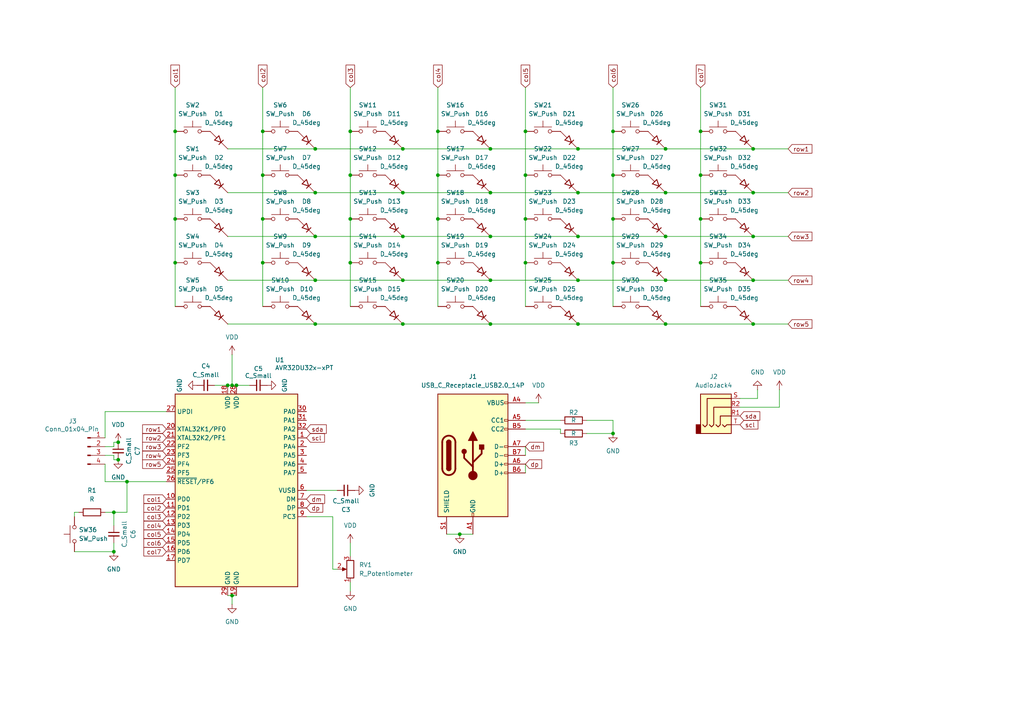
<source format=kicad_sch>
(kicad_sch (version 20231120) (generator "eeschema") (generator_version "8.0")
  (paper "A4")
  (lib_symbols
    (symbol "Connector:Conn_01x04_Pin" (pin_names (offset 1.016) hide)
      (property "Reference" "J" (at 0 5.08 0))
      (property "Value" "Conn_01x04_Pin" (at 0 -7.62 0))
      (symbol "Conn_01x04_Pin_1_1"
        (pin passive line (at 5.08 2.54 180) (length 3.81) (name "Pin_1") (number "1"))
        (pin passive line (at 5.08 0 180) (length 3.81) (name "Pin_2") (number "2"))
        (pin passive line (at 5.08 -2.54 180) (length 3.81) (name "Pin_3") (number "3"))
        (pin passive line (at 5.08 -5.08 180) (length 3.81) (name "Pin_4") (number "4"))
      )
    )
    (symbol "Connector:USB_C_Receptacle_USB2.0_14P" (pin_names (offset 1.016))
      (property "Reference" "J" (at 0 22.225 0))
      (property "Value" "USB_C_Receptacle_USB2.0_14P" (at 0 19.685 0))
      (symbol "USB_C_Receptacle_USB2.0_14P_1_1"
        (pin passive line (at 0 -22.86 90) (length 5.08) (name "GND") (number "A1"))
        (pin passive line (at 0 -22.86 90) (length 5.08) hide (name "GND") (number "A12"))
        (pin passive line (at 15.24 15.24 180) (length 5.08) (name "VBUS") (number "A4"))
        (pin bidirectional line (at 15.24 10.16 180) (length 5.08) (name "CC1") (number "A5"))
        (pin bidirectional line (at 15.24 -2.54 180) (length 5.08) (name "D+") (number "A6"))
        (pin bidirectional line (at 15.24 2.54 180) (length 5.08) (name "D-") (number "A7"))
        (pin passive line (at 15.24 15.24 180) (length 5.08) hide (name "VBUS") (number "A9"))
        (pin passive line (at 0 -22.86 90) (length 5.08) hide (name "GND") (number "B1"))
        (pin passive line (at 0 -22.86 90) (length 5.08) hide (name "GND") (number "B12"))
        (pin passive line (at 15.24 15.24 180) (length 5.08) hide (name "VBUS") (number "B4"))
        (pin bidirectional line (at 15.24 7.62 180) (length 5.08) (name "CC2") (number "B5"))
        (pin bidirectional line (at 15.24 -5.08 180) (length 5.08) (name "D+") (number "B6"))
        (pin bidirectional line (at 15.24 0 180) (length 5.08) (name "D-") (number "B7"))
        (pin passive line (at 15.24 15.24 180) (length 5.08) hide (name "VBUS") (number "B9"))
        (pin passive line (at -7.62 -22.86 90) (length 5.08) (name "SHIELD") (number "S1"))
      )
    )
    (symbol "Connector_Audio:AudioJack4"
      (property "Reference" "J" (at 0 8.89 0))
      (property "Value" "AudioJack4" (at 0 6.35 0))
      (symbol "AudioJack4_1_1"
        (pin passive line (at 5.08 -2.54 180) (length 2.54) (name "~") (number "R1"))
        (pin passive line (at 5.08 0 180) (length 2.54) (name "~") (number "R2"))
        (pin passive line (at 5.08 2.54 180) (length 2.54) (name "~") (number "S"))
        (pin passive line (at 5.08 -5.08 180) (length 2.54) (name "~") (number "T"))
      )
    )
    (symbol "Device:C_Small" (pin_numbers hide) (pin_names (offset 0.254) hide)
      (property "Reference" "C" (at 0.254 1.778 0))
      (property "Value" "C_Small" (at 0.254 -2.032 0))
      (symbol "C_Small_1_1"
        (pin passive line (at 0 2.54 270) (length 2.032) (name "~") (number "1"))
        (pin passive line (at 0 -2.54 90) (length 2.032) (name "~") (number "2"))
      )
    )
    (symbol "Device:D_45deg" (pin_numbers hide) (pin_names (offset 0) hide)
      (property "Reference" "D" (at 1.27 2.54 0))
      (property "Value" "D_45deg" (at 1.27 0 0))
      (symbol "D_45deg_1_1"
        (pin passive line (at 2.54 -2.54 180) (length 0) (name "K") (number "1"))
        (pin passive line (at -2.54 2.54 0) (length 0) (name "A") (number "2"))
      )
    )
    (symbol "Device:R" (pin_numbers hide) (pin_names (offset 0))
      (property "Reference" "R" (at 2.032 0 90))
      (property "Value" "R" (at 0 0 90))
      (symbol "R_1_1"
        (pin passive line (at 0 3.81 270) (length 1.27) (name "~") (number "1"))
        (pin passive line (at 0 -3.81 90) (length 1.27) (name "~") (number "2"))
      )
    )
    (symbol "Device:R_Potentiometer" (pin_names (offset 1.016) hide)
      (property "Reference" "RV" (at -4.445 0 90))
      (property "Value" "R_Potentiometer" (at -2.54 0 90))
      (symbol "R_Potentiometer_1_1"
        (pin passive line (at 0 3.81 270) (length 1.27) (name "1") (number "1"))
        (pin passive line (at 3.81 0 180) (length 1.27) (name "2") (number "2"))
        (pin passive line (at 0 -3.81 90) (length 1.27) (name "3") (number "3"))
      )
    )
    (symbol "MCU_Microchip_AVR_Dx:AVR32DA32x-xPT"
      (property "Reference" "U1" (at 2.1941 -30.48 0))
      (property "Value" "AVR32DA32x-xPT" (at 2.1941 -33.02 0))
      (symbol "AVR32DA32x-xPT_1_1"
        (pin bidirectional line (at 20.32 15.24 180) (length 2.54) (name "PA3") (number "1"))
        (pin bidirectional line (at -20.32 -2.54 0) (length 2.54) (name "PD0") (number "10"))
        (pin bidirectional line (at -20.32 -5.08 0) (length 2.54) (name "PD1") (number "11"))
        (pin bidirectional line (at -20.32 -7.62 0) (length 2.54) (name "PD2") (number "12"))
        (pin bidirectional line (at -20.32 -10.16 0) (length 2.54) (name "PD3") (number "13"))
        (pin bidirectional line (at -20.32 -12.7 0) (length 2.54) (name "PD4") (number "14"))
        (pin bidirectional line (at -20.32 -15.24 0) (length 2.54) (name "PD5") (number "15"))
        (pin bidirectional line (at -20.32 -17.78 0) (length 2.54) (name "PD6") (number "16"))
        (pin bidirectional line (at -20.32 -20.32 0) (length 2.54) (name "PD7") (number "17"))
        (pin power_in line (at -2.54 30.48 270) (length 2.54) (name "VDD") (number "18"))
        (pin power_in line (at 0 -30.48 90) (length 2.54) (name "GND") (number "19"))
        (pin bidirectional line (at 20.32 12.7 180) (length 2.54) (name "PA4") (number "2"))
        (pin bidirectional line (at -20.32 17.78 0) (length 2.54) (name "XTAL32K1/PF0") (number "20"))
        (pin bidirectional line (at -20.32 15.24 0) (length 2.54) (name "XTAL32K2/PF1") (number "21"))
        (pin bidirectional line (at -20.32 12.7 0) (length 2.54) (name "PF2") (number "22"))
        (pin bidirectional line (at -20.32 10.16 0) (length 2.54) (name "PF3") (number "23"))
        (pin bidirectional line (at -20.32 7.62 0) (length 2.54) (name "PF4") (number "24"))
        (pin bidirectional line (at -20.32 5.08 0) (length 2.54) (name "PF5") (number "25"))
        (pin bidirectional line (at -20.32 2.54 0) (length 2.54) (name "~{RESET}/PF6") (number "26"))
        (pin input line (at -20.32 22.86 0) (length 2.54) (name "UPDI") (number "27"))
        (pin power_in line (at 0 30.48 270) (length 2.54) (name "VDD") (number "28"))
        (pin power_in line (at -2.54 -30.48 90) (length 2.54) (name "GND") (number "29"))
        (pin passive line (at 0 -30.48 90) (length 2.54) hide (name "GND") (number "29"))
        (pin bidirectional line (at 20.32 10.16 180) (length 2.54) (name "PA5") (number "3"))
        (pin bidirectional line (at 20.32 22.86 180) (length 2.54) (name "PA0") (number "30"))
        (pin bidirectional line (at 20.32 20.32 180) (length 2.54) (name "PA1") (number "31"))
        (pin bidirectional line (at 20.32 17.78 180) (length 2.54) (name "PA2") (number "32"))
        (pin bidirectional line (at 20.32 7.62 180) (length 2.54) (name "PA6") (number "4"))
        (pin bidirectional line (at 20.32 5.08 180) (length 2.54) (name "PA7") (number "5"))
        (pin bidirectional line (at 20.32 0 180) (length 2.54) (name "VUSB") (number "6"))
        (pin bidirectional line (at 20.32 -2.54 180) (length 2.54) (name "DM") (number "7"))
        (pin bidirectional line (at 20.32 -5.08 180) (length 2.54) (name "DP") (number "8"))
        (pin bidirectional line (at 20.32 -7.62 180) (length 2.54) (name "PC3") (number "9"))
      )
    )
    (symbol "Switch:SW_Push" (pin_numbers hide) (pin_names (offset 1.016) hide)
      (property "Reference" "SW" (at 1.27 2.54 0))
      (property "Value" "SW_Push" (at 0 -1.524 0))
      (symbol "SW_Push_0_1"
        (pin passive line (at -5.08 0 0) (length 2.54) (name "1") (number "1"))
        (pin passive line (at 5.08 0 180) (length 2.54) (name "2") (number "2"))
      )
    )
    (symbol "power:GND" (power) (pin_numbers hide) (pin_names (offset 0) hide)
      (property "Value" "GND" (at 0 -3.81 0))
      (symbol "GND_1_1"
        (pin power_in line (at 0 0 270) (length 0) (name "~") (number "1"))
      )
    )
    (symbol "power:VDD" (power) (pin_numbers hide) (pin_names (offset 0) hide)
      (property "Value" "VDD" (at 0 3.556 0))
      (symbol "VDD_1_1"
        (pin power_in line (at 0 0 90) (length 0) (name "~") (number "1"))
      )
    )
  )
  (junction (at 203.2 76.2))
  (junction (at 127 38.1))
  (junction (at 218.44 93.98))
  (junction (at 167.64 93.98))
  (junction (at 127 76.2))
  (junction (at 133.35 154.94))
  (junction (at 76.2 76.2))
  (junction (at 101.6 38.1))
  (junction (at 116.84 43.18))
  (junction (at 152.4 50.8))
  (junction (at 116.84 55.88))
  (junction (at 218.44 68.58))
  (junction (at 76.2 50.8))
  (junction (at 67.31 111.76))
  (junction (at 68.58 111.76))
  (junction (at 177.8 63.5))
  (junction (at 116.84 93.98))
  (junction (at 127 63.5))
  (junction (at 177.8 50.8))
  (junction (at 50.8 50.8))
  (junction (at 218.44 81.28))
  (junction (at 116.84 68.58))
  (junction (at 152.4 76.2))
  (junction (at 167.64 55.88))
  (junction (at 152.4 38.1))
  (junction (at 218.44 55.88))
  (junction (at 203.2 63.5))
  (junction (at 193.04 93.98))
  (junction (at 177.8 76.2))
  (junction (at 203.2 50.8))
  (junction (at 167.64 68.58))
  (junction (at 91.44 81.28))
  (junction (at 203.2 38.1))
  (junction (at 50.8 38.1))
  (junction (at 76.2 38.1))
  (junction (at 101.6 76.2))
  (junction (at 127 50.8))
  (junction (at 177.8 125.73))
  (junction (at 34.29 128.27))
  (junction (at 91.44 55.88))
  (junction (at 91.44 68.58))
  (junction (at 193.04 43.18))
  (junction (at 193.04 68.58))
  (junction (at 101.6 63.5))
  (junction (at 142.24 93.98))
  (junction (at 193.04 55.88))
  (junction (at 142.24 68.58))
  (junction (at 218.44 43.18))
  (junction (at 66.04 111.76))
  (junction (at 34.29 133.35))
  (junction (at 167.64 81.28))
  (junction (at 177.8 38.1))
  (junction (at 76.2 63.5))
  (junction (at 101.6 50.8))
  (junction (at 67.31 172.72))
  (junction (at 91.44 93.98))
  (junction (at 142.24 81.28))
  (junction (at 91.44 43.18))
  (junction (at 50.8 63.5))
  (junction (at 116.84 81.28))
  (junction (at 142.24 55.88))
  (junction (at 33.02 160.02))
  (junction (at 50.8 76.2))
  (junction (at 193.04 81.28))
  (junction (at 33.02 148.59))
  (junction (at 167.64 43.18))
  (junction (at 152.4 63.5))
  (junction (at 36.83 139.7))
  (junction (at 142.24 43.18))
  (wire (pts (xy 218.44 81.28) (xy 228.6 81.28)))
  (wire (pts (xy 66.04 55.88) (xy 91.44 55.88)))
  (wire (pts (xy 116.84 93.98) (xy 142.24 93.98)))
  (wire (pts (xy 30.48 119.38) (xy 48.26 119.38)))
  (wire (pts (xy 67.31 102.87) (xy 67.31 111.76)))
  (wire (pts (xy 127 50.8) (xy 127 63.5)))
  (wire (pts (xy 50.8 76.2) (xy 50.8 88.9)))
  (wire (pts (xy 21.59 160.02) (xy 33.02 160.02)))
  (wire (pts (xy 133.35 154.94) (xy 137.16 154.94)))
  (wire (pts (xy 127 38.1) (xy 127 50.8)))
  (wire (pts (xy 142.24 43.18) (xy 167.64 43.18)))
  (wire (pts (xy 203.2 50.8) (xy 203.2 63.5)))
  (wire (pts (xy 68.58 111.76) (xy 72.39 111.76)))
  (wire (pts (xy 193.04 81.28) (xy 218.44 81.28)))
  (wire (pts (xy 127 25.4) (xy 127 38.1)))
  (wire (pts (xy 33.02 132.08) (xy 30.48 132.08)))
  (wire (pts (xy 101.6 168.91) (xy 101.6 171.45)))
  (wire (pts (xy 33.02 128.27) (xy 34.29 128.27)))
  (wire (pts (xy 142.24 93.98) (xy 167.64 93.98)))
  (wire (pts (xy 48.26 139.7) (xy 36.83 139.7)))
  (wire (pts (xy 101.6 63.5) (xy 101.6 76.2)))
  (wire (pts (xy 116.84 81.28) (xy 142.24 81.28)))
  (wire (pts (xy 33.02 148.59) (xy 30.48 148.59)))
  (wire (pts (xy 152.4 50.8) (xy 152.4 63.5)))
  (wire (pts (xy 177.8 76.2) (xy 177.8 88.9)))
  (wire (pts (xy 62.23 111.76) (xy 66.04 111.76)))
  (wire (pts (xy 177.8 38.1) (xy 177.8 50.8)))
  (wire (pts (xy 203.2 38.1) (xy 203.2 50.8)))
  (wire (pts (xy 116.84 55.88) (xy 142.24 55.88)))
  (wire (pts (xy 193.04 55.88) (xy 218.44 55.88)))
  (wire (pts (xy 203.2 76.2) (xy 203.2 88.9)))
  (wire (pts (xy 167.64 55.88) (xy 193.04 55.88)))
  (wire (pts (xy 96.52 149.86) (xy 88.9 149.86)))
  (wire (pts (xy 152.4 121.92) (xy 162.56 121.92)))
  (wire (pts (xy 170.18 125.73) (xy 177.8 125.73)))
  (wire (pts (xy 96.52 165.1) (xy 96.52 149.86)))
  (wire (pts (xy 156.21 116.84) (xy 152.4 116.84)))
  (wire (pts (xy 67.31 172.72) (xy 68.58 172.72)))
  (wire (pts (xy 30.48 134.62) (xy 30.48 139.7)))
  (wire (pts (xy 66.04 43.18) (xy 91.44 43.18)))
  (wire (pts (xy 50.8 50.8) (xy 50.8 63.5)))
  (wire (pts (xy 33.02 133.35) (xy 33.02 132.08)))
  (wire (pts (xy 101.6 76.2) (xy 101.6 88.9)))
  (wire (pts (xy 167.64 93.98) (xy 193.04 93.98)))
  (wire (pts (xy 91.44 68.58) (xy 116.84 68.58)))
  (wire (pts (xy 142.24 68.58) (xy 167.64 68.58)))
  (wire (pts (xy 218.44 93.98) (xy 228.6 93.98)))
  (wire (pts (xy 203.2 25.4) (xy 203.2 38.1)))
  (wire (pts (xy 167.64 81.28) (xy 193.04 81.28)))
  (wire (pts (xy 177.8 63.5) (xy 177.8 76.2)))
  (wire (pts (xy 177.8 121.92) (xy 177.8 125.73)))
  (wire (pts (xy 152.4 76.2) (xy 152.4 88.9)))
  (wire (pts (xy 167.64 43.18) (xy 193.04 43.18)))
  (wire (pts (xy 50.8 38.1) (xy 50.8 50.8)))
  (wire (pts (xy 91.44 93.98) (xy 116.84 93.98)))
  (wire (pts (xy 36.83 148.59) (xy 36.83 139.7)))
  (wire (pts (xy 67.31 111.76) (xy 68.58 111.76)))
  (wire (pts (xy 127 76.2) (xy 127 88.9)))
  (wire (pts (xy 170.18 121.92) (xy 177.8 121.92)))
  (wire (pts (xy 91.44 55.88) (xy 116.84 55.88)))
  (wire (pts (xy 66.04 68.58) (xy 91.44 68.58)))
  (wire (pts (xy 33.02 148.59) (xy 36.83 148.59)))
  (wire (pts (xy 203.2 63.5) (xy 203.2 76.2)))
  (wire (pts (xy 33.02 133.35) (xy 34.29 133.35)))
  (wire (pts (xy 193.04 68.58) (xy 218.44 68.58)))
  (wire (pts (xy 116.84 68.58) (xy 142.24 68.58)))
  (wire (pts (xy 30.48 119.38) (xy 30.48 127)))
  (wire (pts (xy 152.4 25.4) (xy 152.4 38.1)))
  (wire (pts (xy 193.04 93.98) (xy 218.44 93.98)))
  (wire (pts (xy 101.6 157.48) (xy 101.6 161.29)))
  (wire (pts (xy 50.8 63.5) (xy 50.8 76.2)))
  (wire (pts (xy 91.44 43.18) (xy 116.84 43.18)))
  (wire (pts (xy 33.02 152.4) (xy 33.02 148.59)))
  (wire (pts (xy 177.8 25.4) (xy 177.8 38.1)))
  (wire (pts (xy 214.63 118.11) (xy 226.06 118.11)))
  (wire (pts (xy 218.44 55.88) (xy 228.6 55.88)))
  (wire (pts (xy 101.6 25.4) (xy 101.6 38.1)))
  (wire (pts (xy 33.02 157.48) (xy 33.02 160.02)))
  (wire (pts (xy 193.04 43.18) (xy 218.44 43.18)))
  (wire (pts (xy 22.86 148.59) (xy 21.59 148.59)))
  (wire (pts (xy 162.56 124.46) (xy 162.56 125.73)))
  (wire (pts (xy 96.52 165.1) (xy 97.79 165.1)))
  (wire (pts (xy 218.44 43.18) (xy 228.6 43.18)))
  (wire (pts (xy 91.44 81.28) (xy 116.84 81.28)))
  (wire (pts (xy 142.24 81.28) (xy 167.64 81.28)))
  (wire (pts (xy 219.71 115.57) (xy 219.71 113.03)))
  (wire (pts (xy 101.6 38.1) (xy 101.6 50.8)))
  (wire (pts (xy 152.4 38.1) (xy 152.4 50.8)))
  (wire (pts (xy 129.54 154.94) (xy 133.35 154.94)))
  (wire (pts (xy 152.4 63.5) (xy 152.4 76.2)))
  (wire (pts (xy 66.04 111.76) (xy 67.31 111.76)))
  (wire (pts (xy 226.06 118.11) (xy 226.06 113.03)))
  (wire (pts (xy 33.02 128.27) (xy 33.02 129.54)))
  (wire (pts (xy 101.6 50.8) (xy 101.6 63.5)))
  (wire (pts (xy 88.9 142.24) (xy 97.79 142.24)))
  (wire (pts (xy 218.44 68.58) (xy 228.6 68.58)))
  (wire (pts (xy 76.2 63.5) (xy 76.2 76.2)))
  (wire (pts (xy 76.2 25.4) (xy 76.2 38.1)))
  (wire (pts (xy 152.4 134.62) (xy 152.4 137.16)))
  (wire (pts (xy 76.2 38.1) (xy 76.2 50.8)))
  (wire (pts (xy 50.8 25.4) (xy 50.8 38.1)))
  (wire (pts (xy 66.04 172.72) (xy 67.31 172.72)))
  (wire (pts (xy 76.2 50.8) (xy 76.2 63.5)))
  (wire (pts (xy 21.59 148.59) (xy 21.59 149.86)))
  (wire (pts (xy 152.4 129.54) (xy 152.4 132.08)))
  (wire (pts (xy 142.24 55.88) (xy 167.64 55.88)))
  (wire (pts (xy 152.4 124.46) (xy 162.56 124.46)))
  (wire (pts (xy 127 63.5) (xy 127 76.2)))
  (wire (pts (xy 66.04 93.98) (xy 91.44 93.98)))
  (wire (pts (xy 76.2 76.2) (xy 76.2 88.9)))
  (wire (pts (xy 167.64 68.58) (xy 193.04 68.58)))
  (wire (pts (xy 30.48 139.7) (xy 36.83 139.7)))
  (wire (pts (xy 33.02 129.54) (xy 30.48 129.54)))
  (wire (pts (xy 214.63 115.57) (xy 219.71 115.57)))
  (wire (pts (xy 177.8 50.8) (xy 177.8 63.5)))
  (wire (pts (xy 66.04 81.28) (xy 91.44 81.28)))
  (wire (pts (xy 116.84 43.18) (xy 142.24 43.18)))
  (wire (pts (xy 67.31 172.72) (xy 67.31 175.26)))
  (global_label "col1" (shape input) (at 48.26 144.78 180) (property "Intersheetrefs" "${INTERSHEET_REFS}" (effects (hide yes))))
  (global_label "row4" (shape input) (at 48.26 132.08 180) (property "Intersheetrefs" "${INTERSHEET_REFS}" (effects (hide yes))))
  (global_label "col7" (shape input) (at 48.26 160.02 180) (property "Intersheetrefs" "${INTERSHEET_REFS}" (effects (hide yes))))
  (global_label "col4" (shape input) (at 127 25.4 90) (property "Intersheetrefs" "${INTERSHEET_REFS}" (effects (hide yes))))
  (global_label "col4" (shape input) (at 48.26 152.4 180) (property "Intersheetrefs" "${INTERSHEET_REFS}" (effects (hide yes))))
  (global_label "row5" (shape input) (at 48.26 134.62 180) (property "Intersheetrefs" "${INTERSHEET_REFS}" (effects (hide yes))))
  (global_label "row2" (shape input) (at 228.6 55.88 0) (property "Intersheetrefs" "${INTERSHEET_REFS}" (effects (hide yes))))
  (global_label "col5" (shape input) (at 152.4 25.4 90) (property "Intersheetrefs" "${INTERSHEET_REFS}" (effects (hide yes))))
  (global_label "row4" (shape input) (at 228.6 81.28 0) (property "Intersheetrefs" "${INTERSHEET_REFS}" (effects (hide yes))))
  (global_label "col2" (shape input) (at 76.2 25.4 90) (property "Intersheetrefs" "${INTERSHEET_REFS}" (effects (hide yes))))
  (global_label "dp" (shape input) (at 88.9 147.32 0) (property "Intersheetrefs" "${INTERSHEET_REFS}" (effects (hide yes))))
  (global_label "dp" (shape input) (at 152.4 134.62 0) (property "Intersheetrefs" "${INTERSHEET_REFS}" (effects (hide yes))))
  (global_label "col1" (shape input) (at 50.8 25.4 90) (property "Intersheetrefs" "${INTERSHEET_REFS}" (effects (hide yes))))
  (global_label "dm" (shape input) (at 152.4 129.54 0) (property "Intersheetrefs" "${INTERSHEET_REFS}" (effects (hide yes))))
  (global_label "sda" (shape input) (at 214.63 120.65 0) (property "Intersheetrefs" "${INTERSHEET_REFS}" (effects (hide yes))))
  (global_label "row3" (shape input) (at 228.6 68.58 0) (property "Intersheetrefs" "${INTERSHEET_REFS}" (effects (hide yes))))
  (global_label "col6" (shape input) (at 177.8 25.4 90) (property "Intersheetrefs" "${INTERSHEET_REFS}" (effects (hide yes))))
  (global_label "row1" (shape input) (at 48.26 124.46 180) (property "Intersheetrefs" "${INTERSHEET_REFS}" (effects (hide yes))))
  (global_label "row3" (shape input) (at 48.26 129.54 180) (property "Intersheetrefs" "${INTERSHEET_REFS}" (effects (hide yes))))
  (global_label "col3" (shape input) (at 101.6 25.4 90) (property "Intersheetrefs" "${INTERSHEET_REFS}" (effects (hide yes))))
  (global_label "col2" (shape input) (at 48.26 147.32 180) (property "Intersheetrefs" "${INTERSHEET_REFS}" (effects (hide yes))))
  (global_label "scl" (shape input) (at 214.63 123.19 0) (property "Intersheetrefs" "${INTERSHEET_REFS}" (effects (hide yes))))
  (global_label "row5" (shape input) (at 228.6 93.98 0) (property "Intersheetrefs" "${INTERSHEET_REFS}" (effects (hide yes))))
  (global_label "col7" (shape input) (at 203.2 25.4 90) (property "Intersheetrefs" "${INTERSHEET_REFS}" (effects (hide yes))))
  (global_label "scl" (shape input) (at 88.9 127 0) (property "Intersheetrefs" "${INTERSHEET_REFS}" (effects (hide yes))))
  (global_label "sda" (shape input) (at 88.9 124.46 0) (property "Intersheetrefs" "${INTERSHEET_REFS}" (effects (hide yes))))
  (global_label "row1" (shape input) (at 228.6 43.18 0) (property "Intersheetrefs" "${INTERSHEET_REFS}" (effects (hide yes))))
  (global_label "col3" (shape input) (at 48.26 149.86 180) (property "Intersheetrefs" "${INTERSHEET_REFS}" (effects (hide yes))))
  (global_label "col5" (shape input) (at 48.26 154.94 180) (property "Intersheetrefs" "${INTERSHEET_REFS}" (effects (hide yes))))
  (global_label "col6" (shape input) (at 48.26 157.48 180) (property "Intersheetrefs" "${INTERSHEET_REFS}" (effects (hide yes))))
  (global_label "row2" (shape input) (at 48.26 127 180) (property "Intersheetrefs" "${INTERSHEET_REFS}" (effects (hide yes))))
  (global_label "dm" (shape input) (at 88.9 144.78 0) (property "Intersheetrefs" "${INTERSHEET_REFS}" (effects (hide yes))))
  (symbol (lib_id "Switch:SW_Push") (at 132.08 38.1 0) (unit 1)
    (property "Reference" "SW16" (at 132.08 30.48 0))
    (property "Value" "SW_Push" (at 132.08 33.02 0))
    (property "Footprint" "Button_Switch_Keyboard:SW_Cherry_MX_1.00u_PCB" (effects (hide yes)))
    (property "Description" "Push button switch, generic, two pins" (effects (hide yes)))
  )
  (symbol (lib_id "Device:D_45deg") (at 165.1 78.74 0) (unit 1)
    (property "Reference" "D24" (at 165.1 71.12 0))
    (property "Value" "D_45deg" (at 165.1 73.66 0))
    (property "Footprint" "Diode_SMD:D_SMB" (effects (hide yes)))
    (property "Description" "Diode, rotated by 45°" (effects (hide yes)))
    (property "Sim.Device" "D" (effects (hide yes)))
    (property "Sim.Pins" "1=K 2=A" (effects (hide yes)))
  )
  (symbol (lib_id "Switch:SW_Push") (at 132.08 63.5 0) (unit 1)
    (property "Reference" "SW18" (at 132.08 55.88 0))
    (property "Value" "SW_Push" (at 132.08 58.42 0))
    (property "Footprint" "Button_Switch_Keyboard:SW_Cherry_MX_1.00u_PCB" (effects (hide yes)))
    (property "Description" "Push button switch, generic, two pins" (effects (hide yes)))
  )
  (symbol (lib_id "Device:D_45deg") (at 88.9 53.34 0) (unit 1)
    (property "Reference" "D7" (at 88.9 45.72 0))
    (property "Value" "D_45deg" (at 88.9 48.26 0))
    (property "Footprint" "Diode_SMD:D_SMB" (effects (hide yes)))
    (property "Description" "Diode, rotated by 45°" (effects (hide yes)))
    (property "Sim.Device" "D" (effects (hide yes)))
    (property "Sim.Pins" "1=K 2=A" (effects (hide yes)))
  )
  (symbol (lib_id "Device:D_45deg") (at 63.5 53.34 0) (unit 1)
    (property "Reference" "D2" (at 63.5 45.72 0))
    (property "Value" "D_45deg" (at 63.5 48.26 0))
    (property "Footprint" "Diode_SMD:D_SMB" (effects (hide yes)))
    (property "Description" "Diode, rotated by 45°" (effects (hide yes)))
    (property "Sim.Device" "D" (effects (hide yes)))
    (property "Sim.Pins" "1=K 2=A" (effects (hide yes)))
  )
  (symbol (lib_id "Device:D_45deg") (at 165.1 40.64 0) (unit 1)
    (property "Reference" "D21" (at 165.1 33.02 0))
    (property "Value" "D_45deg" (at 165.1 35.56 0))
    (property "Footprint" "Diode_SMD:D_SMB" (effects (hide yes)))
    (property "Description" "Diode, rotated by 45°" (effects (hide yes)))
    (property "Sim.Device" "D" (effects (hide yes)))
    (property "Sim.Pins" "1=K 2=A" (effects (hide yes)))
  )
  (symbol (lib_id "Switch:SW_Push") (at 21.59 154.94 90) (unit 1)
    (property "Reference" "SW36" (at 22.86 153.6699 90) (effects (justify right)))
    (property "Value" "SW_Push" (at 22.86 156.2099 90) (effects (justify right)))
    (property "Footprint" "Button_Switch_SMD:SW_Tactile_SPST_NO_Straight_CK_PTS636Sx25SMTRLFS" (effects (hide yes)))
    (property "Description" "Push button switch, generic, two pins" (effects (hide yes)))
  )
  (symbol (lib_id "Device:D_45deg") (at 190.5 78.74 0) (unit 1)
    (property "Reference" "D29" (at 190.5 71.12 0))
    (property "Value" "D_45deg" (at 190.5 73.66 0))
    (property "Footprint" "Diode_SMD:D_SMB" (effects (hide yes)))
    (property "Description" "Diode, rotated by 45°" (effects (hide yes)))
    (property "Sim.Device" "D" (effects (hide yes)))
    (property "Sim.Pins" "1=K 2=A" (effects (hide yes)))
  )
  (symbol (lib_id "Switch:SW_Push") (at 182.88 50.8 0) (unit 1)
    (property "Reference" "SW27" (at 182.88 43.18 0))
    (property "Value" "SW_Push" (at 182.88 45.72 0))
    (property "Footprint" "Button_Switch_Keyboard:SW_Cherry_MX_1.00u_PCB" (effects (hide yes)))
    (property "Description" "Push button switch, generic, two pins" (effects (hide yes)))
  )
  (symbol (lib_id "Switch:SW_Push") (at 208.28 88.9 0) (unit 1)
    (property "Reference" "SW35" (at 208.28 81.28 0))
    (property "Value" "SW_Push" (at 208.28 83.82 0))
    (property "Footprint" "Button_Switch_Keyboard:SW_Cherry_MX_1.00u_PCB" (effects (hide yes)))
    (property "Description" "Push button switch, generic, two pins" (effects (hide yes)))
  )
  (symbol (lib_id "Device:D_45deg") (at 190.5 91.44 0) (unit 1)
    (property "Reference" "D30" (at 190.5 83.82 0))
    (property "Value" "D_45deg" (at 190.5 86.36 0))
    (property "Footprint" "Diode_SMD:D_SMB" (effects (hide yes)))
    (property "Description" "Diode, rotated by 45°" (effects (hide yes)))
    (property "Sim.Device" "D" (effects (hide yes)))
    (property "Sim.Pins" "1=K 2=A" (effects (hide yes)))
  )
  (symbol (lib_id "Switch:SW_Push") (at 208.28 76.2 0) (unit 1)
    (property "Reference" "SW34" (at 208.28 68.58 0))
    (property "Value" "SW_Push" (at 208.28 71.12 0))
    (property "Footprint" "Button_Switch_Keyboard:SW_Cherry_MX_1.00u_PCB" (effects (hide yes)))
    (property "Description" "Push button switch, generic, two pins" (effects (hide yes)))
  )
  (symbol (lib_id "Device:R") (at 166.37 121.92 90) (unit 1)
    (property "Reference" "R2" (at 166.37 119.634 90))
    (property "Value" "R" (at 166.37 121.92 90))
    (property "Footprint" "Resistor_SMD:R_0603_1608Metric" (effects (hide yes)))
    (property "Description" "Resistor" (effects (hide yes)))
  )
  (symbol (lib_id "power:GND") (at 102.87 142.24 90) (unit 1)
    (property "Reference" "#PWR012" (effects (hide yes)))
    (property "Value" "GND" (at 107.95 142.24 0))
    (property "Description" "Power symbol creates a global label with name \"GND\" , ground" (effects (hide yes)))
  )
  (symbol (lib_id "power:VDD") (at 226.06 113.03 0) (unit 1)
    (property "Reference" "#PWR011" (effects (hide yes)))
    (property "Value" "VDD" (at 226.06 107.95 0))
    (property "Description" "Power symbol creates a global label with name \"VDD\"" (effects (hide yes)))
  )
  (symbol (lib_id "Switch:SW_Push") (at 81.28 50.8 0) (unit 1)
    (property "Reference" "SW7" (at 81.28 43.18 0))
    (property "Value" "SW_Push" (at 81.28 45.72 0))
    (property "Footprint" "Button_Switch_Keyboard:SW_Cherry_MX_1.00u_PCB" (effects (hide yes)))
    (property "Description" "Push button switch, generic, two pins" (effects (hide yes)))
  )
  (symbol (lib_id "power:VDD") (at 101.6 157.48 0) (unit 1)
    (property "Reference" "#PWR01" (effects (hide yes)))
    (property "Value" "VDD" (at 101.6 152.4 0))
    (property "Description" "Power symbol creates a global label with name \"VDD\"" (effects (hide yes)))
  )
  (symbol (lib_id "power:GND") (at 101.6 171.45 0) (unit 1)
    (property "Reference" "#PWR03" (effects (hide yes)))
    (property "Value" "GND" (at 101.6 176.53 0))
    (property "Description" "Power symbol creates a global label with name \"GND\" , ground" (effects (hide yes)))
  )
  (symbol (lib_id "Switch:SW_Push") (at 157.48 38.1 0) (unit 1)
    (property "Reference" "SW21" (at 157.48 30.48 0))
    (property "Value" "SW_Push" (at 157.48 33.02 0))
    (property "Footprint" "Button_Switch_Keyboard:SW_Cherry_MX_1.00u_PCB" (effects (hide yes)))
    (property "Description" "Push button switch, generic, two pins" (effects (hide yes)))
  )
  (symbol (lib_id "Device:D_45deg") (at 139.7 53.34 0) (unit 1)
    (property "Reference" "D17" (at 139.7 45.72 0))
    (property "Value" "D_45deg" (at 139.7 48.26 0))
    (property "Footprint" "Diode_SMD:D_SMB" (effects (hide yes)))
    (property "Description" "Diode, rotated by 45°" (effects (hide yes)))
    (property "Sim.Device" "D" (effects (hide yes)))
    (property "Sim.Pins" "1=K 2=A" (effects (hide yes)))
  )
  (symbol (lib_id "Device:C_Small") (at 33.02 154.94 0) (unit 1)
    (property "Reference" "C6" (at 38.608 154.94 90))
    (property "Value" "C_Small" (at 36.068 154.94 90))
    (property "Footprint" "Capacitor_THT:C_Axial_L3.8mm_D2.6mm_P7.50mm_Horizontal" (effects (hide yes)))
    (property "Description" "Unpolarized capacitor, small symbol" (effects (hide yes)))
  )
  (symbol (lib_id "Device:D_45deg") (at 63.5 40.64 0) (unit 1)
    (property "Reference" "D1" (at 63.5 33.02 0))
    (property "Value" "D_45deg" (at 63.5 35.56 0))
    (property "Footprint" "Diode_SMD:D_SMB" (effects (hide yes)))
    (property "Description" "Diode, rotated by 45°" (effects (hide yes)))
    (property "Sim.Device" "D" (effects (hide yes)))
    (property "Sim.Pins" "1=K 2=A" (effects (hide yes)))
  )
  (symbol (lib_id "Device:D_45deg") (at 190.5 53.34 0) (unit 1)
    (property "Reference" "D27" (at 190.5 45.72 0))
    (property "Value" "D_45deg" (at 190.5 48.26 0))
    (property "Footprint" "Diode_SMD:D_SMB" (effects (hide yes)))
    (property "Description" "Diode, rotated by 45°" (effects (hide yes)))
    (property "Sim.Device" "D" (effects (hide yes)))
    (property "Sim.Pins" "1=K 2=A" (effects (hide yes)))
  )
  (symbol (lib_id "Device:D_45deg") (at 63.5 78.74 0) (unit 1)
    (property "Reference" "D4" (at 63.5 71.12 0))
    (property "Value" "D_45deg" (at 63.5 73.66 0))
    (property "Footprint" "Diode_SMD:D_SMB" (effects (hide yes)))
    (property "Description" "Diode, rotated by 45°" (effects (hide yes)))
    (property "Sim.Device" "D" (effects (hide yes)))
    (property "Sim.Pins" "1=K 2=A" (effects (hide yes)))
  )
  (symbol (lib_id "power:VDD") (at 156.21 116.84 0) (unit 1)
    (property "Reference" "#PWR08" (effects (hide yes)))
    (property "Value" "VDD" (at 156.21 111.76 0))
    (property "Description" "Power symbol creates a global label with name \"VDD\"" (effects (hide yes)))
  )
  (symbol (lib_id "Switch:SW_Push") (at 81.28 76.2 0) (unit 1)
    (property "Reference" "SW9" (at 81.28 68.58 0))
    (property "Value" "SW_Push" (at 81.28 71.12 0))
    (property "Footprint" "Button_Switch_Keyboard:SW_Cherry_MX_1.00u_PCB" (effects (hide yes)))
    (property "Description" "Push button switch, generic, two pins" (effects (hide yes)))
  )
  (symbol (lib_id "Switch:SW_Push") (at 208.28 38.1 0) (unit 1)
    (property "Reference" "SW31" (at 208.28 30.48 0))
    (property "Value" "SW_Push" (at 208.28 33.02 0))
    (property "Footprint" "Button_Switch_Keyboard:SW_Cherry_MX_1.00u_PCB" (effects (hide yes)))
    (property "Description" "Push button switch, generic, two pins" (effects (hide yes)))
  )
  (symbol (lib_id "Switch:SW_Push") (at 55.88 88.9 0) (unit 1)
    (property "Reference" "SW5" (at 55.88 81.28 0))
    (property "Value" "SW_Push" (at 55.88 83.82 0))
    (property "Footprint" "Button_Switch_Keyboard:SW_Cherry_MX_1.00u_PCB" (effects (hide yes)))
    (property "Description" "Push button switch, generic, two pins" (effects (hide yes)))
  )
  (symbol (lib_id "Switch:SW_Push") (at 182.88 63.5 0) (unit 1)
    (property "Reference" "SW28" (at 182.88 55.88 0))
    (property "Value" "SW_Push" (at 182.88 58.42 0))
    (property "Footprint" "Button_Switch_Keyboard:SW_Cherry_MX_1.00u_PCB" (effects (hide yes)))
    (property "Description" "Push button switch, generic, two pins" (effects (hide yes)))
  )
  (symbol (lib_id "Switch:SW_Push") (at 106.68 88.9 0) (unit 1)
    (property "Reference" "SW15" (at 106.68 81.28 0))
    (property "Value" "SW_Push" (at 106.68 83.82 0))
    (property "Footprint" "Button_Switch_Keyboard:SW_Cherry_MX_1.00u_PCB" (effects (hide yes)))
    (property "Description" "Push button switch, generic, two pins" (effects (hide yes)))
  )
  (symbol (lib_id "Connector:Conn_01x04_Pin") (at 25.4 129.54 0) (unit 1)
    (property "Reference" "J3" (at 21.082 122.174 0))
    (property "Value" "Conn_01x04_Pin" (at 20.828 124.46 0))
    (property "Footprint" "Connector:FanPinHeader_1x04_P2.54mm_Vertical" (effects (hide yes)))
    (property "Description" "Generic connector, single row, 01x04, script generated" (effects (hide yes)))
  )
  (symbol (lib_id "Switch:SW_Push") (at 208.28 50.8 0) (unit 1)
    (property "Reference" "SW32" (at 208.28 43.18 0))
    (property "Value" "SW_Push" (at 208.28 45.72 0))
    (property "Footprint" "Button_Switch_Keyboard:SW_Cherry_MX_1.00u_PCB" (effects (hide yes)))
    (property "Description" "Push button switch, generic, two pins" (effects (hide yes)))
  )
  (symbol (lib_id "Device:D_45deg") (at 215.9 40.64 0) (unit 1)
    (property "Reference" "D31" (at 215.9 33.02 0))
    (property "Value" "D_45deg" (at 215.9 35.56 0))
    (property "Footprint" "Diode_SMD:D_SMB" (effects (hide yes)))
    (property "Description" "Diode, rotated by 45°" (effects (hide yes)))
    (property "Sim.Device" "D" (effects (hide yes)))
    (property "Sim.Pins" "1=K 2=A" (effects (hide yes)))
  )
  (symbol (lib_id "Switch:SW_Push") (at 182.88 76.2 0) (unit 1)
    (property "Reference" "SW29" (at 182.88 68.58 0))
    (property "Value" "SW_Push" (at 182.88 71.12 0))
    (property "Footprint" "Button_Switch_Keyboard:SW_Cherry_MX_1.00u_PCB" (effects (hide yes)))
    (property "Description" "Push button switch, generic, two pins" (effects (hide yes)))
  )
  (symbol (lib_id "power:GND") (at 219.71 113.03 180) (unit 1)
    (property "Reference" "#PWR010" (effects (hide yes)))
    (property "Value" "GND" (at 219.71 107.95 0))
    (property "Description" "Power symbol creates a global label with name \"GND\" , ground" (effects (hide yes)))
  )
  (symbol (lib_id "Device:D_45deg") (at 165.1 66.04 0) (unit 1)
    (property "Reference" "D23" (at 165.1 58.42 0))
    (property "Value" "D_45deg" (at 165.1 60.96 0))
    (property "Footprint" "Diode_SMD:D_SMB" (effects (hide yes)))
    (property "Description" "Diode, rotated by 45°" (effects (hide yes)))
    (property "Sim.Device" "D" (effects (hide yes)))
    (property "Sim.Pins" "1=K 2=A" (effects (hide yes)))
  )
  (symbol (lib_id "Device:D_45deg") (at 139.7 66.04 0) (unit 1)
    (property "Reference" "D18" (at 139.7 58.42 0))
    (property "Value" "D_45deg" (at 139.7 60.96 0))
    (property "Footprint" "Diode_SMD:D_SMB" (effects (hide yes)))
    (property "Description" "Diode, rotated by 45°" (effects (hide yes)))
    (property "Sim.Device" "D" (effects (hide yes)))
    (property "Sim.Pins" "1=K 2=A" (effects (hide yes)))
  )
  (symbol (lib_id "Connector:USB_C_Receptacle_USB2.0_14P") (at 137.16 132.08 0) (unit 1)
    (property "Reference" "J1" (at 137.16 109.22 0))
    (property "Value" "USB_C_Receptacle_USB2.0_14P" (at 137.16 111.76 0))
    (property "Footprint" "Connector_USB:USB_C_Receptacle_Molex_105450-0101" (effects (hide yes)))
    (property "Datasheet" "https://www.usb.org/sites/default/files/documents/usb_type-c.zip" (effects (hide yes)))
    (property "Description" "USB 2.0-only 14P Type-C Receptacle connector" (effects (hide yes)))
  )
  (symbol (lib_id "Device:D_45deg") (at 114.3 78.74 0) (unit 1)
    (property "Reference" "D14" (at 114.3 71.12 0))
    (property "Value" "D_45deg" (at 114.3 73.66 0))
    (property "Footprint" "Diode_SMD:D_SMB" (effects (hide yes)))
    (property "Description" "Diode, rotated by 45°" (effects (hide yes)))
    (property "Sim.Device" "D" (effects (hide yes)))
    (property "Sim.Pins" "1=K 2=A" (effects (hide yes)))
  )
  (symbol (lib_id "Switch:SW_Push") (at 132.08 88.9 0) (unit 1)
    (property "Reference" "SW20" (at 132.08 81.28 0))
    (property "Value" "SW_Push" (at 132.08 83.82 0))
    (property "Footprint" "Button_Switch_Keyboard:SW_Cherry_MX_1.00u_PCB" (effects (hide yes)))
    (property "Description" "Push button switch, generic, two pins" (effects (hide yes)))
  )
  (symbol (lib_id "power:GND") (at 177.8 125.73 0) (unit 1)
    (property "Reference" "#PWR09" (effects (hide yes)))
    (property "Value" "GND" (at 177.8 130.81 0))
    (property "Description" "Power symbol creates a global label with name \"GND\" , ground" (effects (hide yes)))
  )
  (symbol (lib_id "Switch:SW_Push") (at 157.48 50.8 0) (unit 1)
    (property "Reference" "SW22" (at 157.48 43.18 0))
    (property "Value" "SW_Push" (at 157.48 45.72 0))
    (property "Footprint" "Button_Switch_Keyboard:SW_Cherry_MX_1.00u_PCB" (effects (hide yes)))
    (property "Description" "Push button switch, generic, two pins" (effects (hide yes)))
  )
  (symbol (lib_id "Switch:SW_Push") (at 55.88 76.2 0) (unit 1)
    (property "Reference" "SW4" (at 55.88 68.58 0))
    (property "Value" "SW_Push" (at 55.88 71.12 0))
    (property "Footprint" "Button_Switch_Keyboard:SW_Cherry_MX_1.00u_PCB" (effects (hide yes)))
    (property "Description" "Push button switch, generic, two pins" (effects (hide yes)))
  )
  (symbol (lib_id "Device:D_45deg") (at 88.9 40.64 0) (unit 1)
    (property "Reference" "D6" (at 88.9 33.02 0))
    (property "Value" "D_45deg" (at 88.9 35.56 0))
    (property "Footprint" "Diode_SMD:D_SMB" (effects (hide yes)))
    (property "Description" "Diode, rotated by 45°" (effects (hide yes)))
    (property "Sim.Device" "D" (effects (hide yes)))
    (property "Sim.Pins" "1=K 2=A" (effects (hide yes)))
  )
  (symbol (lib_id "Device:D_45deg") (at 63.5 91.44 0) (unit 1)
    (property "Reference" "D5" (at 63.5 83.82 0))
    (property "Value" "D_45deg" (at 63.5 86.36 0))
    (property "Footprint" "Diode_SMD:D_SMB" (effects (hide yes)))
    (property "Description" "Diode, rotated by 45°" (effects (hide yes)))
    (property "Sim.Device" "D" (effects (hide yes)))
    (property "Sim.Pins" "1=K 2=A" (effects (hide yes)))
  )
  (symbol (lib_id "Device:D_45deg") (at 165.1 53.34 0) (unit 1)
    (property "Reference" "D22" (at 165.1 45.72 0))
    (property "Value" "D_45deg" (at 165.1 48.26 0))
    (property "Footprint" "Diode_SMD:D_SMB" (effects (hide yes)))
    (property "Description" "Diode, rotated by 45°" (effects (hide yes)))
    (property "Sim.Device" "D" (effects (hide yes)))
    (property "Sim.Pins" "1=K 2=A" (effects (hide yes)))
  )
  (symbol (lib_id "Device:C_Small") (at 74.93 111.76 270) (unit 1)
    (property "Reference" "C5" (at 74.93 106.934 90))
    (property "Value" "C_Small" (at 74.93 108.966 90))
    (property "Footprint" "Capacitor_THT:C_Axial_L3.8mm_D2.6mm_P7.50mm_Horizontal" (effects (hide yes)))
    (property "Description" "Unpolarized capacitor, small symbol" (effects (hide yes)))
  )
  (symbol (lib_id "power:GND") (at 77.47 111.76 90) (unit 1)
    (property "Reference" "#PWR014" (effects (hide yes)))
    (property "Value" "GND" (at 82.55 111.76 0))
    (property "Description" "Power symbol creates a global label with name \"GND\" , ground" (effects (hide yes)))
  )
  (symbol (lib_id "power:VDD") (at 67.31 102.87 0) (unit 1)
    (property "Reference" "#PWR04" (effects (hide yes)))
    (property "Value" "VDD" (at 67.31 97.79 0))
    (property "Description" "Power symbol creates a global label with name \"VDD\"" (effects (hide yes)))
  )
  (symbol (lib_id "power:GND") (at 67.31 175.26 0) (unit 1)
    (property "Reference" "#PWR02" (effects (hide yes)))
    (property "Value" "GND" (at 67.31 180.34 0))
    (property "Description" "Power symbol creates a global label with name \"GND\" , ground" (effects (hide yes)))
  )
  (symbol (lib_id "MCU_Microchip_AVR_Dx:AVR32DA32x-xPT") (at 68.58 142.24 0) (unit 1)
    (property "Reference" "U1" (at 79.756 104.394 0) (effects (justify left)))
    (property "Value" "AVR32DU32x-xPT" (at 79.756 106.68 0) (effects (justify left)))
    (property "Footprint" "Package_QFP:TQFP-32_7x7mm_P0.8mm" (effects (hide yes)))
    (property "Datasheet" "https://ww1.microchip.com/downloads/en/DeviceDoc/AVR32DA28-32-48-Data-Sheet-40002228B.pdf" (effects (hide yes)))
    (property "Description" "24MHz, 32kB Flash, 4kB SRAM, EEPROM with Touch Sensing, TQFP-32" (effects (hide yes)))
  )
  (symbol (lib_id "Device:D_45deg") (at 165.1 91.44 0) (unit 1)
    (property "Reference" "D25" (at 165.1 83.82 0))
    (property "Value" "D_45deg" (at 165.1 86.36 0))
    (property "Footprint" "Diode_SMD:D_SMB" (effects (hide yes)))
    (property "Description" "Diode, rotated by 45°" (effects (hide yes)))
    (property "Sim.Device" "D" (effects (hide yes)))
    (property "Sim.Pins" "1=K 2=A" (effects (hide yes)))
  )
  (symbol (lib_id "Switch:SW_Push") (at 81.28 88.9 0) (unit 1)
    (property "Reference" "SW10" (at 81.28 81.28 0))
    (property "Value" "SW_Push" (at 81.28 83.82 0))
    (property "Footprint" "Button_Switch_Keyboard:SW_Cherry_MX_1.00u_PCB" (effects (hide yes)))
    (property "Description" "Push button switch, generic, two pins" (effects (hide yes)))
  )
  (symbol (lib_id "Switch:SW_Push") (at 55.88 38.1 0) (unit 1)
    (property "Reference" "SW2" (at 55.88 30.48 0))
    (property "Value" "SW_Push" (at 55.88 33.02 0))
    (property "Footprint" "Button_Switch_Keyboard:SW_Cherry_MX_1.00u_PCB" (effects (hide yes)))
    (property "Description" "Push button switch, generic, two pins" (effects (hide yes)))
  )
  (symbol (lib_id "Switch:SW_Push") (at 55.88 63.5 0) (unit 1)
    (property "Reference" "SW3" (at 55.88 55.88 0))
    (property "Value" "SW_Push" (at 55.88 58.42 0))
    (property "Footprint" "Button_Switch_Keyboard:SW_Cherry_MX_1.00u_PCB" (effects (hide yes)))
    (property "Description" "Push button switch, generic, two pins" (effects (hide yes)))
  )
  (symbol (lib_id "Switch:SW_Push") (at 106.68 38.1 0) (unit 1)
    (property "Reference" "SW11" (at 106.68 30.48 0))
    (property "Value" "SW_Push" (at 106.68 33.02 0))
    (property "Footprint" "Button_Switch_Keyboard:SW_Cherry_MX_1.00u_PCB" (effects (hide yes)))
    (property "Description" "Push button switch, generic, two pins" (effects (hide yes)))
  )
  (symbol (lib_id "power:GND") (at 34.29 133.35 0) (unit 1)
    (property "Reference" "#PWR06" (effects (hide yes)))
    (property "Value" "GND" (at 34.29 138.43 0))
    (property "Description" "Power symbol creates a global label with name \"GND\" , ground" (effects (hide yes)))
  )
  (symbol (lib_id "power:VDD") (at 34.29 128.27 0) (unit 1)
    (property "Reference" "#PWR05" (effects (hide yes)))
    (property "Value" "VDD" (at 34.29 123.19 0))
    (property "Description" "Power symbol creates a global label with name \"VDD\"" (effects (hide yes)))
  )
  (symbol (lib_id "Device:D_45deg") (at 114.3 91.44 0) (unit 1)
    (property "Reference" "D15" (at 114.3 83.82 0))
    (property "Value" "D_45deg" (at 114.3 86.36 0))
    (property "Footprint" "Diode_SMD:D_SMB" (effects (hide yes)))
    (property "Description" "Diode, rotated by 45°" (effects (hide yes)))
    (property "Sim.Device" "D" (effects (hide yes)))
    (property "Sim.Pins" "1=K 2=A" (effects (hide yes)))
  )
  (symbol (lib_id "Device:D_45deg") (at 139.7 91.44 0) (unit 1)
    (property "Reference" "D20" (at 139.7 83.82 0))
    (property "Value" "D_45deg" (at 139.7 86.36 0))
    (property "Footprint" "Diode_SMD:D_SMB" (effects (hide yes)))
    (property "Description" "Diode, rotated by 45°" (effects (hide yes)))
    (property "Sim.Device" "D" (effects (hide yes)))
    (property "Sim.Pins" "1=K 2=A" (effects (hide yes)))
  )
  (symbol (lib_id "Device:D_45deg") (at 139.7 78.74 0) (unit 1)
    (property "Reference" "D19" (at 139.7 71.12 0))
    (property "Value" "D_45deg" (at 139.7 73.66 0))
    (property "Footprint" "Diode_SMD:D_SMB" (effects (hide yes)))
    (property "Description" "Diode, rotated by 45°" (effects (hide yes)))
    (property "Sim.Device" "D" (effects (hide yes)))
    (property "Sim.Pins" "1=K 2=A" (effects (hide yes)))
  )
  (symbol (lib_id "Device:D_45deg") (at 215.9 78.74 0) (unit 1)
    (property "Reference" "D34" (at 215.9 71.12 0))
    (property "Value" "D_45deg" (at 215.9 73.66 0))
    (property "Footprint" "Diode_SMD:D_SMB" (effects (hide yes)))
    (property "Description" "Diode, rotated by 45°" (effects (hide yes)))
    (property "Sim.Device" "D" (effects (hide yes)))
    (property "Sim.Pins" "1=K 2=A" (effects (hide yes)))
  )
  (symbol (lib_id "Device:D_45deg") (at 139.7 40.64 0) (unit 1)
    (property "Reference" "D16" (at 139.7 33.02 0))
    (property "Value" "D_45deg" (at 139.7 35.56 0))
    (property "Footprint" "Diode_SMD:D_SMB" (effects (hide yes)))
    (property "Description" "Diode, rotated by 45°" (effects (hide yes)))
    (property "Sim.Device" "D" (effects (hide yes)))
    (property "Sim.Pins" "1=K 2=A" (effects (hide yes)))
  )
  (symbol (lib_id "Switch:SW_Push") (at 106.68 76.2 0) (unit 1)
    (property "Reference" "SW14" (at 106.68 68.58 0))
    (property "Value" "SW_Push" (at 106.68 71.12 0))
    (property "Footprint" "Button_Switch_Keyboard:SW_Cherry_MX_1.00u_PCB" (effects (hide yes)))
    (property "Description" "Push button switch, generic, two pins" (effects (hide yes)))
  )
  (symbol (lib_id "Switch:SW_Push") (at 81.28 63.5 0) (unit 1)
    (property "Reference" "SW8" (at 81.28 55.88 0))
    (property "Value" "SW_Push" (at 81.28 58.42 0))
    (property "Footprint" "Button_Switch_Keyboard:SW_Cherry_MX_1.00u_PCB" (effects (hide yes)))
    (property "Description" "Push button switch, generic, two pins" (effects (hide yes)))
  )
  (symbol (lib_id "Device:D_45deg") (at 88.9 66.04 0) (unit 1)
    (property "Reference" "D8" (at 88.9 58.42 0))
    (property "Value" "D_45deg" (at 88.9 60.96 0))
    (property "Footprint" "Diode_SMD:D_SMB" (effects (hide yes)))
    (property "Description" "Diode, rotated by 45°" (effects (hide yes)))
    (property "Sim.Device" "D" (effects (hide yes)))
    (property "Sim.Pins" "1=K 2=A" (effects (hide yes)))
  )
  (symbol (lib_id "Device:D_45deg") (at 215.9 66.04 0) (unit 1)
    (property "Reference" "D33" (at 215.9 58.42 0))
    (property "Value" "D_45deg" (at 215.9 60.96 0))
    (property "Footprint" "Diode_SMD:D_SMB" (effects (hide yes)))
    (property "Description" "Diode, rotated by 45°" (effects (hide yes)))
    (property "Sim.Device" "D" (effects (hide yes)))
    (property "Sim.Pins" "1=K 2=A" (effects (hide yes)))
  )
  (symbol (lib_id "Device:D_45deg") (at 88.9 91.44 0) (unit 1)
    (property "Reference" "D10" (at 88.9 83.82 0))
    (property "Value" "D_45deg" (at 88.9 86.36 0))
    (property "Footprint" "Diode_SMD:D_SMB" (effects (hide yes)))
    (property "Description" "Diode, rotated by 45°" (effects (hide yes)))
    (property "Sim.Device" "D" (effects (hide yes)))
    (property "Sim.Pins" "1=K 2=A" (effects (hide yes)))
  )
  (symbol (lib_id "Device:C_Small") (at 34.29 130.81 0) (unit 1)
    (property "Reference" "C7" (at 39.878 130.81 90))
    (property "Value" "C_Small" (at 37.338 130.81 90))
    (property "Footprint" "Capacitor_THT:C_Axial_L3.8mm_D2.6mm_P7.50mm_Horizontal" (effects (hide yes)))
    (property "Description" "Unpolarized capacitor, small symbol" (effects (hide yes)))
  )
  (symbol (lib_id "Switch:SW_Push") (at 132.08 50.8 0) (unit 1)
    (property "Reference" "SW17" (at 132.08 43.18 0))
    (property "Value" "SW_Push" (at 132.08 45.72 0))
    (property "Footprint" "Button_Switch_Keyboard:SW_Cherry_MX_1.00u_PCB" (effects (hide yes)))
    (property "Description" "Push button switch, generic, two pins" (effects (hide yes)))
  )
  (symbol (lib_id "Switch:SW_Push") (at 106.68 63.5 0) (unit 1)
    (property "Reference" "SW13" (at 106.68 55.88 0))
    (property "Value" "SW_Push" (at 106.68 58.42 0))
    (property "Footprint" "Button_Switch_Keyboard:SW_Cherry_MX_1.00u_PCB" (effects (hide yes)))
    (property "Description" "Push button switch, generic, two pins" (effects (hide yes)))
  )
  (symbol (lib_id "Device:D_45deg") (at 114.3 66.04 0) (unit 1)
    (property "Reference" "D13" (at 114.3 58.42 0))
    (property "Value" "D_45deg" (at 114.3 60.96 0))
    (property "Footprint" "Diode_SMD:D_SMB" (effects (hide yes)))
    (property "Description" "Diode, rotated by 45°" (effects (hide yes)))
    (property "Sim.Device" "D" (effects (hide yes)))
    (property "Sim.Pins" "1=K 2=A" (effects (hide yes)))
  )
  (symbol (lib_id "Device:D_45deg") (at 63.5 66.04 0) (unit 1)
    (property "Reference" "D3" (at 63.5 58.42 0))
    (property "Value" "D_45deg" (at 63.5 60.96 0))
    (property "Footprint" "Diode_SMD:D_SMB" (effects (hide yes)))
    (property "Description" "Diode, rotated by 45°" (effects (hide yes)))
    (property "Sim.Device" "D" (effects (hide yes)))
    (property "Sim.Pins" "1=K 2=A" (effects (hide yes)))
  )
  (symbol (lib_id "Connector_Audio:AudioJack4") (at 209.55 118.11 0) (unit 1)
    (property "Reference" "J2" (at 207.01 109.22 0))
    (property "Value" "AudioJack4" (at 207.01 111.76 0))
    (property "Footprint" "Connector_Audio:Jack_3.5mm_CUI_SJ-3524-SMT_Horizontal" (effects (hide yes)))
    (property "Description" "Audio Jack, 4 Poles (TRRS)" (effects (hide yes)))
  )
  (symbol (lib_id "power:GND") (at 57.15 111.76 270) (unit 1)
    (property "Reference" "#PWR013" (effects (hide yes)))
    (property "Value" "GND" (at 52.07 111.76 0))
    (property "Description" "Power symbol creates a global label with name \"GND\" , ground" (effects (hide yes)))
  )
  (symbol (lib_id "Switch:SW_Push") (at 55.88 50.8 0) (unit 1)
    (property "Reference" "SW1" (at 55.88 43.18 0))
    (property "Value" "SW_Push" (at 55.88 45.72 0))
    (property "Footprint" "Button_Switch_Keyboard:SW_Cherry_MX_1.00u_PCB" (effects (hide yes)))
    (property "Description" "Push button switch, generic, two pins" (effects (hide yes)))
  )
  (symbol (lib_id "Device:R") (at 166.37 125.73 90) (unit 1)
    (property "Reference" "R3" (at 166.37 128.524 90))
    (property "Value" "R" (at 166.37 125.73 90))
    (property "Footprint" "Resistor_SMD:R_0603_1608Metric" (effects (hide yes)))
    (property "Description" "Resistor" (effects (hide yes)))
  )
  (symbol (lib_id "Switch:SW_Push") (at 157.48 88.9 0) (unit 1)
    (property "Reference" "SW25" (at 157.48 81.28 0))
    (property "Value" "SW_Push" (at 157.48 83.82 0))
    (property "Footprint" "Button_Switch_Keyboard:SW_Cherry_MX_1.00u_PCB" (effects (hide yes)))
    (property "Description" "Push button switch, generic, two pins" (effects (hide yes)))
  )
  (symbol (lib_id "Switch:SW_Push") (at 182.88 88.9 0) (unit 1)
    (property "Reference" "SW30" (at 182.88 81.28 0))
    (property "Value" "SW_Push" (at 182.88 83.82 0))
    (property "Footprint" "Button_Switch_Keyboard:SW_Cherry_MX_1.00u_PCB" (effects (hide yes)))
    (property "Description" "Push button switch, generic, two pins" (effects (hide yes)))
  )
  (symbol (lib_id "Switch:SW_Push") (at 182.88 38.1 0) (unit 1)
    (property "Reference" "SW26" (at 182.88 30.48 0))
    (property "Value" "SW_Push" (at 182.88 33.02 0))
    (property "Footprint" "Button_Switch_Keyboard:SW_Cherry_MX_1.00u_PCB" (effects (hide yes)))
    (property "Description" "Push button switch, generic, two pins" (effects (hide yes)))
  )
  (symbol (lib_id "power:GND") (at 133.35 154.94 0) (unit 1)
    (property "Reference" "#PWR07" (effects (hide yes)))
    (property "Value" "GND" (at 133.35 160.02 0))
    (property "Description" "Power symbol creates a global label with name \"GND\" , ground" (effects (hide yes)))
  )
  (symbol (lib_id "Device:C_Small") (at 59.69 111.76 90) (unit 1)
    (property "Reference" "C4" (at 59.69 106.172 90))
    (property "Value" "C_Small" (at 59.69 108.712 90))
    (property "Footprint" "Capacitor_THT:C_Axial_L3.8mm_D2.6mm_P7.50mm_Horizontal" (effects (hide yes)))
    (property "Description" "Unpolarized capacitor, small symbol" (effects (hide yes)))
  )
  (symbol (lib_id "Device:D_45deg") (at 88.9 78.74 0) (unit 1)
    (property "Reference" "D9" (at 88.9 71.12 0))
    (property "Value" "D_45deg" (at 88.9 73.66 0))
    (property "Footprint" "Diode_SMD:D_SMB" (effects (hide yes)))
    (property "Description" "Diode, rotated by 45°" (effects (hide yes)))
    (property "Sim.Device" "D" (effects (hide yes)))
    (property "Sim.Pins" "1=K 2=A" (effects (hide yes)))
  )
  (symbol (lib_id "power:GND") (at 33.02 160.02 0) (unit 1)
    (property "Reference" "#PWR015" (effects (hide yes)))
    (property "Value" "GND" (at 33.02 165.1 0))
    (property "Description" "Power symbol creates a global label with name \"GND\" , ground" (effects (hide yes)))
  )
  (symbol (lib_id "Device:C_Small") (at 100.33 142.24 270) (unit 1)
    (property "Reference" "C3" (at 100.33 147.828 90))
    (property "Value" "C_Small" (at 100.33 145.288 90))
    (property "Footprint" "Capacitor_THT:C_Axial_L3.8mm_D2.6mm_P7.50mm_Horizontal" (effects (hide yes)))
    (property "Description" "Unpolarized capacitor, small symbol" (effects (hide yes)))
  )
  (symbol (lib_id "Switch:SW_Push") (at 157.48 76.2 0) (unit 1)
    (property "Reference" "SW24" (at 157.48 68.58 0))
    (property "Value" "SW_Push" (at 157.48 71.12 0))
    (property "Footprint" "Button_Switch_Keyboard:SW_Cherry_MX_1.00u_PCB" (effects (hide yes)))
    (property "Description" "Push button switch, generic, two pins" (effects (hide yes)))
  )
  (symbol (lib_id "Device:R") (at 26.67 148.59 90) (unit 1)
    (property "Reference" "R1" (at 26.67 142.24 90))
    (property "Value" "R" (at 26.67 144.78 90))
    (property "Footprint" "Resistor_THT:R_Axial_DIN0204_L3.6mm_D1.6mm_P5.08mm_Horizontal" (effects (hide yes)))
    (property "Description" "Resistor" (effects (hide yes)))
  )
  (symbol (lib_id "Switch:SW_Push") (at 132.08 76.2 0) (unit 1)
    (property "Reference" "SW19" (at 132.08 68.58 0))
    (property "Value" "SW_Push" (at 132.08 71.12 0))
    (property "Footprint" "Button_Switch_Keyboard:SW_Cherry_MX_1.00u_PCB" (effects (hide yes)))
    (property "Description" "Push button switch, generic, two pins" (effects (hide yes)))
  )
  (symbol (lib_id "Switch:SW_Push") (at 208.28 63.5 0) (unit 1)
    (property "Reference" "SW33" (at 208.28 55.88 0))
    (property "Value" "SW_Push" (at 208.28 58.42 0))
    (property "Footprint" "Button_Switch_Keyboard:SW_Cherry_MX_1.00u_PCB" (effects (hide yes)))
    (property "Description" "Push button switch, generic, two pins" (effects (hide yes)))
  )
  (symbol (lib_id "Device:D_45deg") (at 114.3 40.64 0) (unit 1)
    (property "Reference" "D11" (at 114.3 33.02 0))
    (property "Value" "D_45deg" (at 114.3 35.56 0))
    (property "Footprint" "Diode_SMD:D_SMB" (effects (hide yes)))
    (property "Description" "Diode, rotated by 45°" (effects (hide yes)))
    (property "Sim.Device" "D" (effects (hide yes)))
    (property "Sim.Pins" "1=K 2=A" (effects (hide yes)))
  )
  (symbol (lib_id "Switch:SW_Push") (at 106.68 50.8 0) (unit 1)
    (property "Reference" "SW12" (at 106.68 43.18 0))
    (property "Value" "SW_Push" (at 106.68 45.72 0))
    (property "Footprint" "Button_Switch_Keyboard:SW_Cherry_MX_1.00u_PCB" (effects (hide yes)))
    (property "Description" "Push button switch, generic, two pins" (effects (hide yes)))
  )
  (symbol (lib_id "Switch:SW_Push") (at 157.48 63.5 0) (unit 1)
    (property "Reference" "SW23" (at 157.48 55.88 0))
    (property "Value" "SW_Push" (at 157.48 58.42 0))
    (property "Footprint" "Button_Switch_Keyboard:SW_Cherry_MX_1.00u_PCB" (effects (hide yes)))
    (property "Description" "Push button switch, generic, two pins" (effects (hide yes)))
  )
  (symbol (lib_id "Device:R_Potentiometer") (at 101.6 165.1 180) (unit 1)
    (property "Reference" "RV1" (at 104.14 163.8299 0) (effects (justify right)))
    (property "Value" "R_Potentiometer" (at 104.14 166.3699 0) (effects (justify right)))
    (property "Footprint" "Potentiometer_THT:Potentiometer_ACP_CA9-V10_Vertical_Hole" (effects (hide yes)))
    (property "Description" "Potentiometer" (effects (hide yes)))
  )
  (symbol (lib_id "Device:D_45deg") (at 215.9 53.34 0) (unit 1)
    (property "Reference" "D32" (at 215.9 45.72 0))
    (property "Value" "D_45deg" (at 215.9 48.26 0))
    (property "Footprint" "Diode_SMD:D_SMB" (effects (hide yes)))
    (property "Description" "Diode, rotated by 45°" (effects (hide yes)))
    (property "Sim.Device" "D" (effects (hide yes)))
    (property "Sim.Pins" "1=K 2=A" (effects (hide yes)))
  )
  (symbol (lib_id "Device:D_45deg") (at 114.3 53.34 0) (unit 1)
    (property "Reference" "D12" (at 114.3 45.72 0))
    (property "Value" "D_45deg" (at 114.3 48.26 0))
    (property "Footprint" "Diode_SMD:D_SMB" (effects (hide yes)))
    (property "Description" "Diode, rotated by 45°" (effects (hide yes)))
    (property "Sim.Device" "D" (effects (hide yes)))
    (property "Sim.Pins" "1=K 2=A" (effects (hide yes)))
  )
  (symbol (lib_id "Device:D_45deg") (at 190.5 40.64 0) (unit 1)
    (property "Reference" "D26" (at 190.5 33.02 0))
    (property "Value" "D_45deg" (at 190.5 35.56 0))
    (property "Footprint" "Diode_SMD:D_SMB" (effects (hide yes)))
    (property "Description" "Diode, rotated by 45°" (effects (hide yes)))
    (property "Sim.Device" "D" (effects (hide yes)))
    (property "Sim.Pins" "1=K 2=A" (effects (hide yes)))
  )
  (symbol (lib_id "Switch:SW_Push") (at 81.28 38.1 0) (unit 1)
    (property "Reference" "SW6" (at 81.28 30.48 0))
    (property "Value" "SW_Push" (at 81.28 33.02 0))
    (property "Footprint" "Button_Switch_Keyboard:SW_Cherry_MX_1.00u_PCB" (effects (hide yes)))
    (property "Description" "Push button switch, generic, two pins" (effects (hide yes)))
  )
  (symbol (lib_id "Device:D_45deg") (at 190.5 66.04 0) (unit 1)
    (property "Reference" "D28" (at 190.5 58.42 0))
    (property "Value" "D_45deg" (at 190.5 60.96 0))
    (property "Footprint" "Diode_SMD:D_SMB" (effects (hide yes)))
    (property "Description" "Diode, rotated by 45°" (effects (hide yes)))
    (property "Sim.Device" "D" (effects (hide yes)))
    (property "Sim.Pins" "1=K 2=A" (effects (hide yes)))
  )
  (symbol (lib_id "Device:D_45deg") (at 215.9 91.44 0) (unit 1)
    (property "Reference" "D35" (at 215.9 83.82 0))
    (property "Value" "D_45deg" (at 215.9 86.36 0))
    (property "Footprint" "Diode_SMD:D_SMB" (effects (hide yes)))
    (property "Description" "Diode, rotated by 45°" (effects (hide yes)))
    (property "Sim.Device" "D" (effects (hide yes)))
    (property "Sim.Pins" "1=K 2=A" (effects (hide yes)))
  )
)
</source>
